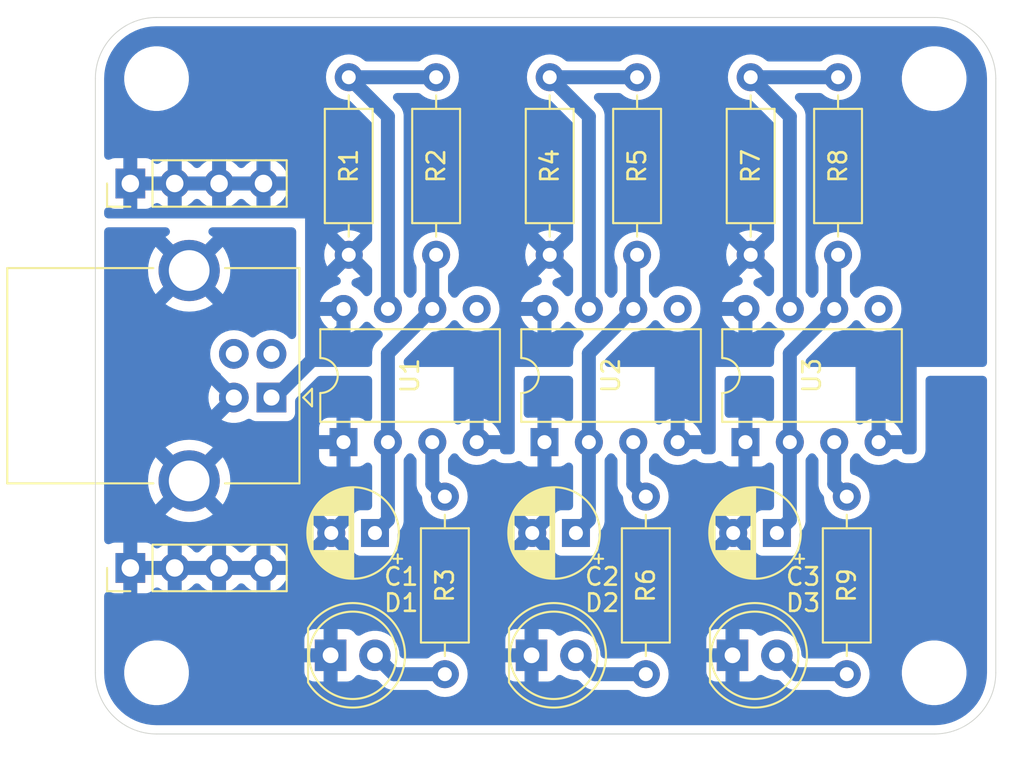
<source format=kicad_pcb>
(kicad_pcb (version 20240108) (generator "pcbnew") (generator_version "8.0")
  (title_block (title "Tripple 555") (date "2024-11-24") (rev "A") (company "Perry Leumas") (comment 1 "Source: https://www.youtube.com/watch?v=Gr6gBjDxP5M&t=176s"))
  (layers (0 "F.Cu" signal) (31 "B.Cu" signal) (34 "B.Paste" user) (35 "F.Paste" user) (36 "B.SilkS" user "B.Silkscreen") (37 "F.SilkS" user "F.Silkscreen") (38 "B.Mask" user) (39 "F.Mask" user) (44 "Edge.Cuts" user))
  (net 0 "")
  (net 1 "GND")
  (net 2 "Net-(U1-THR)")
  (net 3 "Net-(U2-THR)")
  (net 4 "Net-(U3-THR)")
  (net 5 "Net-(D1-A)")
  (net 6 "Net-(D2-A)")
  (net 7 "Net-(D3-A)")
  (net 8 "VCC")
  (net 9 "Net-(U1-DIS)")
  (net 10 "Net-(U1-Q)")
  (net 11 "Net-(U2-DIS)")
  (net 12 "Net-(U2-Q)")
  (net 13 "Net-(U3-DIS)")
  (net 14 "Net-(U3-Q)")
  (footprint "Resistor_THT:R_Axial_DIN0207_L6.3mm_D2.5mm_P10.16mm_Horizontal" (layer "F.Cu") (at 134.5 93.08 90)
    (property "Reference" "R1" (at 5.08 0 90) (layer "F.SilkS"))
    (property "Value" "100k")
    (pad "1" thru_hole circle (at 0 0 90) (size 1.6 1.6) (drill 0.8) (layers "*.Cu" "*.Mask") (net 8 "VCC"))
    (pad "2" thru_hole oval (at 10.16 0 90) (size 1.6 1.6) (drill 0.8) (layers "*.Cu" "*.Mask") (net 9 "Net-(U1-DIS)"))
  )
  (footprint "Package_DIP:DIP-8_W7.62mm" (layer "F.Cu") (at 157.2 103.8 90)
    (property "Reference" "U3" (at 3.81 3.8 90) (layer "F.SilkS"))
    (property "Value" "NA555P")
    (pad "1" thru_hole rect (at 0 0 90) (size 1.6 1.6) (drill 0.8) (layers "*.Cu" "*.Mask") (net 1 "GND"))
    (pad "2" thru_hole oval (at 0 2.54 90) (size 1.6 1.6) (drill 0.8) (layers "*.Cu" "*.Mask") (net 4 "Net-(U3-THR)"))
    (pad "3" thru_hole oval (at 0 5.08 90) (size 1.6 1.6) (drill 0.8) (layers "*.Cu" "*.Mask") (net 14 "Net-(U3-Q)"))
    (pad "4" thru_hole oval (at 0 7.62 90) (size 1.6 1.6) (drill 0.8) (layers "*.Cu" "*.Mask") (net 8 "VCC"))
    (pad "5" thru_hole oval (at 7.62 7.62 90) (size 1.6 1.6) (drill 0.8) (layers "*.Cu" "*.Mask"))
    (pad "6" thru_hole oval (at 7.62 5.08 90) (size 1.6 1.6) (drill 0.8) (layers "*.Cu" "*.Mask") (net 4 "Net-(U3-THR)"))
    (pad "7" thru_hole oval (at 7.62 2.54 90) (size 1.6 1.6) (drill 0.8) (layers "*.Cu" "*.Mask") (net 13 "Net-(U3-DIS)"))
    (pad "8" thru_hole oval (at 7.62 0 90) (size 1.6 1.6) (drill 0.8) (layers "*.Cu" "*.Mask") (net 8 "VCC"))
  )
  (footprint "Resistor_THT:R_Axial_DIN0207_L6.3mm_D2.5mm_P10.16mm_Horizontal" (layer "F.Cu") (at 151 82.92 -90)
    (property "Reference" "R5" (at 5.08 0 90) (layer "F.SilkS"))
    (property "Value" "470k")
    (pad "1" thru_hole circle (at 0 0 270) (size 1.6 1.6) (drill 0.8) (layers "*.Cu" "*.Mask") (net 11 "Net-(U2-DIS)"))
    (pad "2" thru_hole oval (at 10.16 0 270) (size 1.6 1.6) (drill 0.8) (layers "*.Cu" "*.Mask") (net 3 "Net-(U2-THR)"))
  )
  (footprint "Connector_PinHeader_2.54mm:PinHeader_1x04_P2.54mm_Vertical" (layer "F.Cu") (at 122 111 90)
    (property "Reference" "J2" (hide yes))
    (property "Value" "Conn_01x04")
    (pad "1" thru_hole rect (at 0 0 90) (size 1.7 1.7) (drill 1) (layers "*.Cu" "*.Mask") (net 1 "GND"))
    (pad "2" thru_hole oval (at 0 2.54 90) (size 1.7 1.7) (drill 1) (layers "*.Cu" "*.Mask") (net 1 "GND"))
    (pad "3" thru_hole oval (at 0 5.08 90) (size 1.7 1.7) (drill 1) (layers "*.Cu" "*.Mask") (net 1 "GND"))
    (pad "4" thru_hole oval (at 0 7.62 90) (size 1.7 1.7) (drill 1) (layers "*.Cu" "*.Mask") (net 1 "GND"))
  )
  (footprint "Resistor_THT:R_Axial_DIN0207_L6.3mm_D2.5mm_P10.16mm_Horizontal" (layer "F.Cu") (at 151.5 106.92 -90)
    (property "Reference" "R6" (at 5.08 0 90) (layer "F.SilkS"))
    (property "Value" "680")
    (pad "1" thru_hole circle (at 0 0 270) (size 1.6 1.6) (drill 0.8) (layers "*.Cu" "*.Mask") (net 12 "Net-(U2-Q)"))
    (pad "2" thru_hole oval (at 10.16 0 270) (size 1.6 1.6) (drill 0.8) (layers "*.Cu" "*.Mask") (net 6 "Net-(D2-A)"))
  )
  (footprint "Resistor_THT:R_Axial_DIN0207_L6.3mm_D2.5mm_P10.16mm_Horizontal" (layer "F.Cu") (at 157.5 93.08 90)
    (property "Reference" "R7" (at 5.08 0 90) (layer "F.SilkS"))
    (property "Value" "100k")
    (pad "1" thru_hole circle (at 0 0 90) (size 1.6 1.6) (drill 0.8) (layers "*.Cu" "*.Mask") (net 8 "VCC"))
    (pad "2" thru_hole oval (at 10.16 0 90) (size 1.6 1.6) (drill 0.8) (layers "*.Cu" "*.Mask") (net 13 "Net-(U3-DIS)"))
  )
  (footprint "MountingHole:MountingHole_3.2mm_M3" (layer "F.Cu") (at 123.5 83)
    (property "Reference" "H1" (hide yes))
    (property "Value" "MountingHole")
    (pad "" np_thru_hole circle (at 0 0) (size 3.2 3.2) (drill 3.2) (layers "*.Cu" "*.Mask"))
  )
  (footprint "LED_THT:LED_D5.0mm" (layer "F.Cu") (at 156.46 116)
    (property "Reference" "D3" (at 4.04 -3 0) (layer "F.SilkS"))
    (property "Value" "LED")
    (pad "1" thru_hole rect (at 0 0) (size 1.8 1.8) (drill 0.9) (layers "*.Cu" "*.Mask") (net 1 "GND"))
    (pad "2" thru_hole circle (at 2.54 0) (size 1.8 1.8) (drill 0.9) (layers "*.Cu" "*.Mask") (net 7 "Net-(D3-A)"))
  )
  (footprint "LED_THT:LED_D5.0mm" (layer "F.Cu") (at 133.46 116)
    (property "Reference" "D1" (at 4.04 -3 0) (layer "F.SilkS"))
    (property "Value" "LED")
    (pad "1" thru_hole rect (at 0 0) (size 1.8 1.8) (drill 0.9) (layers "*.Cu" "*.Mask") (net 1 "GND"))
    (pad "2" thru_hole circle (at 2.54 0) (size 1.8 1.8) (drill 0.9) (layers "*.Cu" "*.Mask") (net 5 "Net-(D1-A)"))
  )
  (footprint "Package_DIP:DIP-8_W7.62mm" (layer "F.Cu") (at 134.2 103.8 90)
    (property "Reference" "U1" (at 3.8 3.8 90) (layer "F.SilkS"))
    (property "Value" "NA555P")
    (pad "1" thru_hole rect (at 0 0 90) (size 1.6 1.6) (drill 0.8) (layers "*.Cu" "*.Mask") (net 1 "GND"))
    (pad "2" thru_hole oval (at 0 2.54 90) (size 1.6 1.6) (drill 0.8) (layers "*.Cu" "*.Mask") (net 2 "Net-(U1-THR)"))
    (pad "3" thru_hole oval (at 0 5.08 90) (size 1.6 1.6) (drill 0.8) (layers "*.Cu" "*.Mask") (net 10 "Net-(U1-Q)"))
    (pad "4" thru_hole oval (at 0 7.62 90) (size 1.6 1.6) (drill 0.8) (layers "*.Cu" "*.Mask") (net 8 "VCC"))
    (pad "5" thru_hole oval (at 7.62 7.62 90) (size 1.6 1.6) (drill 0.8) (layers "*.Cu" "*.Mask"))
    (pad "6" thru_hole oval (at 7.62 5.08 90) (size 1.6 1.6) (drill 0.8) (layers "*.Cu" "*.Mask") (net 2 "Net-(U1-THR)"))
    (pad "7" thru_hole oval (at 7.62 2.54 90) (size 1.6 1.6) (drill 0.8) (layers "*.Cu" "*.Mask") (net 9 "Net-(U1-DIS)"))
    (pad "8" thru_hole oval (at 7.62 0 90) (size 1.6 1.6) (drill 0.8) (layers "*.Cu" "*.Mask") (net 8 "VCC"))
  )
  (footprint "MountingHole:MountingHole_3.2mm_M3" (layer "F.Cu") (at 168 117)
    (property "Reference" "H3" (hide yes))
    (property "Value" "MountingHole")
    (pad "" np_thru_hole circle (at 0 0) (size 3.2 3.2) (drill 3.2) (layers "*.Cu" "*.Mask"))
  )
  (footprint "Resistor_THT:R_Axial_DIN0207_L6.3mm_D2.5mm_P10.16mm_Horizontal" (layer "F.Cu") (at 146 93.08 90)
    (property "Reference" "R4" (at 5.08 0 90) (layer "F.SilkS"))
    (property "Value" "100k")
    (pad "1" thru_hole circle (at 0 0 90) (size 1.6 1.6) (drill 0.8) (layers "*.Cu" "*.Mask") (net 8 "VCC"))
    (pad "2" thru_hole oval (at 10.16 0 90) (size 1.6 1.6) (drill 0.8) (layers "*.Cu" "*.Mask") (net 11 "Net-(U2-DIS)"))
  )
  (footprint "LED_THT:LED_D5.0mm" (layer "F.Cu") (at 144.96 116)
    (property "Reference" "D2" (at 4.04 -3 0) (layer "F.SilkS"))
    (property "Value" "LED")
    (pad "1" thru_hole rect (at 0 0) (size 1.8 1.8) (drill 0.9) (layers "*.Cu" "*.Mask") (net 1 "GND"))
    (pad "2" thru_hole circle (at 2.54 0) (size 1.8 1.8) (drill 0.9) (layers "*.Cu" "*.Mask") (net 6 "Net-(D2-A)"))
  )
  (footprint "Package_DIP:DIP-8_W7.62mm" (layer "F.Cu") (at 145.7 103.8 90)
    (property "Reference" "U2" (at 3.81 3.8 90) (layer "F.SilkS"))
    (property "Value" "NA555P")
    (pad "1" thru_hole rect (at 0 0 90) (size 1.6 1.6) (drill 0.8) (layers "*.Cu" "*.Mask") (net 1 "GND"))
    (pad "2" thru_hole oval (at 0 2.54 90) (size 1.6 1.6) (drill 0.8) (layers "*.Cu" "*.Mask") (net 3 "Net-(U2-THR)"))
    (pad "3" thru_hole oval (at 0 5.08 90) (size 1.6 1.6) (drill 0.8) (layers "*.Cu" "*.Mask") (net 12 "Net-(U2-Q)"))
    (pad "4" thru_hole oval (at 0 7.62 90) (size 1.6 1.6) (drill 0.8) (layers "*.Cu" "*.Mask") (net 8 "VCC"))
    (pad "5" thru_hole oval (at 7.62 7.62 90) (size 1.6 1.6) (drill 0.8) (layers "*.Cu" "*.Mask"))
    (pad "6" thru_hole oval (at 7.62 5.08 90) (size 1.6 1.6) (drill 0.8) (layers "*.Cu" "*.Mask") (net 3 "Net-(U2-THR)"))
    (pad "7" thru_hole oval (at 7.62 2.54 90) (size 1.6 1.6) (drill 0.8) (layers "*.Cu" "*.Mask") (net 11 "Net-(U2-DIS)"))
    (pad "8" thru_hole oval (at 7.62 0 90) (size 1.6 1.6) (drill 0.8) (layers "*.Cu" "*.Mask") (net 8 "VCC"))
  )
  (footprint "Capacitor_THT:CP_Radial_D5.0mm_P2.50mm" (layer "F.Cu") (at 159 109 180)
    (property "Reference" "C3" (at -1.5 -2.5 0) (layer "F.SilkS"))
    (property "Value" "10u")
    (pad "1" thru_hole rect (at 0 0 180) (size 1.6 1.6) (drill 0.8) (layers "*.Cu" "*.Mask") (net 4 "Net-(U3-THR)"))
    (pad "2" thru_hole circle (at 2.5 0 180) (size 1.6 1.6) (drill 0.8) (layers "*.Cu" "*.Mask") (net 1 "GND"))
  )
  (footprint "Capacitor_THT:CP_Radial_D5.0mm_P2.50mm" (layer "F.Cu") (at 136 109 180)
    (property "Reference" "C1" (at -1.5 -2.5 0) (layer "F.SilkS"))
    (property "Value" "10u")
    (pad "1" thru_hole rect (at 0 0 180) (size 1.6 1.6) (drill 0.8) (layers "*.Cu" "*.Mask") (net 2 "Net-(U1-THR)"))
    (pad "2" thru_hole circle (at 2.5 0 180) (size 1.6 1.6) (drill 0.8) (layers "*.Cu" "*.Mask") (net 1 "GND"))
  )
  (footprint "Connector_PinHeader_2.54mm:PinHeader_1x04_P2.54mm_Vertical" (layer "F.Cu") (at 122 89 90)
    (property "Reference" "J1" (hide yes))
    (property "Value" "Conn_01x04")
    (pad "1" thru_hole rect (at 0 0 90) (size 1.7 1.7) (drill 1) (layers "*.Cu" "*.Mask") (net 8 "VCC"))
    (pad "2" thru_hole oval (at 0 2.54 90) (size 1.7 1.7) (drill 1) (layers "*.Cu" "*.Mask") (net 8 "VCC"))
    (pad "3" thru_hole oval (at 0 5.08 90) (size 1.7 1.7) (drill 1) (layers "*.Cu" "*.Mask") (net 8 "VCC"))
    (pad "4" thru_hole oval (at 0 7.62 90) (size 1.7 1.7) (drill 1) (layers "*.Cu" "*.Mask") (net 8 "VCC"))
  )
  (footprint "Resistor_THT:R_Axial_DIN0207_L6.3mm_D2.5mm_P10.16mm_Horizontal" (layer "F.Cu") (at 163 106.92 -90)
    (property "Reference" "R9" (at 5.08 0 90) (layer "F.SilkS"))
    (property "Value" "680")
    (pad "1" thru_hole circle (at 0 0 270) (size 1.6 1.6) (drill 0.8) (layers "*.Cu" "*.Mask") (net 14 "Net-(U3-Q)"))
    (pad "2" thru_hole oval (at 10.16 0 270) (size 1.6 1.6) (drill 0.8) (layers "*.Cu" "*.Mask") (net 7 "Net-(D3-A)"))
  )
  (footprint "Resistor_THT:R_Axial_DIN0207_L6.3mm_D2.5mm_P10.16mm_Horizontal" (layer "F.Cu") (at 140 106.92 -90)
    (property "Reference" "R3" (at 5.08 0 90) (layer "F.SilkS"))
    (property "Value" "680")
    (pad "1" thru_hole circle (at 0 0 270) (size 1.6 1.6) (drill 0.8) (layers "*.Cu" "*.Mask") (net 10 "Net-(U1-Q)"))
    (pad "2" thru_hole oval (at 10.16 0 270) (size 1.6 1.6) (drill 0.8) (layers "*.Cu" "*.Mask") (net 5 "Net-(D1-A)"))
  )
  (footprint "MountingHole:MountingHole_3.2mm_M3" (layer "F.Cu") (at 168 83)
    (property "Reference" "H4" (hide yes))
    (property "Value" "MountingHole")
    (pad "" np_thru_hole circle (at 0 0) (size 3.2 3.2) (drill 3.2) (layers "*.Cu" "*.Mask"))
  )
  (footprint "MountingHole:MountingHole_3.2mm_M3" (layer "F.Cu") (at 123.5 117)
    (property "Reference" "H2" (hide yes))
    (property "Value" "MountingHole")
    (pad "" np_thru_hole circle (at 0 0) (size 3.2 3.2) (drill 3.2) (layers "*.Cu" "*.Mask"))
  )
  (footprint "Resistor_THT:R_Axial_DIN0207_L6.3mm_D2.5mm_P10.16mm_Horizontal" (layer "F.Cu") (at 162.5 82.92 -90)
    (property "Reference" "R8" (at 5.08 0 90) (layer "F.SilkS"))
    (property "Value" "470k")
    (pad "1" thru_hole circle (at 0 0 270) (size 1.6 1.6) (drill 0.8) (layers "*.Cu" "*.Mask") (net 13 "Net-(U3-DIS)"))
    (pad "2" thru_hole oval (at 10.16 0 270) (size 1.6 1.6) (drill 0.8) (layers "*.Cu" "*.Mask") (net 4 "Net-(U3-THR)"))
  )
  (footprint "pl_usb:USB_B_mill_spacing" (layer "F.Cu") (at 130.0775 101.25 180)
    (property "Reference" "J3" (hide yes))
    (property "Value" "USB_B")
    (pad "1" thru_hole rect (at 0 0 180) (size 1.7 1.7) (drill 0.92) (layers "*.Cu" "*.Mask") (net 8 "VCC"))
    (pad "2" thru_hole circle (at 0 2.5 180) (size 1.7 1.7) (drill 0.92) (layers "*.Cu" "*.Mask"))
    (pad "3" thru_hole circle (at 2.154 2.5 180) (size 1.7 1.7) (drill 0.92) (layers "*.Cu" "*.Mask"))
    (pad "4" thru_hole circle (at 2.154 0 180) (size 1.7 1.7) (drill 0.92) (layers "*.Cu" "*.Mask") (net 1 "GND"))
    (pad "5" thru_hole circle (at 4.71 -4.77 180) (size 3.5 3.5) (drill 2.33) (layers "*.Cu" "*.Mask") (net 1 "GND"))
    (pad "5" thru_hole circle (at 4.71 7.27 180) (size 3.5 3.5) (drill 2.33) (layers "*.Cu" "*.Mask") (net 1 "GND"))
  )
  (footprint "Resistor_THT:R_Axial_DIN0207_L6.3mm_D2.5mm_P10.16mm_Horizontal" (layer "F.Cu") (at 139.5 82.92 -90)
    (property "Reference" "R2" (at 5.08 0 90) (layer "F.SilkS"))
    (property "Value" "470k")
    (pad "1" thru_hole circle (at 0 0 270) (size 1.6 1.6) (drill 0.8) (layers "*.Cu" "*.Mask") (net 9 "Net-(U1-DIS)"))
    (pad "2" thru_hole oval (at 10.16 0 270) (size 1.6 1.6) (drill 0.8) (layers "*.Cu" "*.Mask") (net 2 "Net-(U1-THR)"))
  )
  (footprint "Capacitor_THT:CP_Radial_D5.0mm_P2.50mm" (layer "F.Cu") (at 147.5 109 180)
    (property "Reference" "C2" (at -1.5 -2.5 0) (layer "F.SilkS"))
    (property "Value" "10u")
    (pad "1" thru_hole rect (at 0 0 180) (size 1.6 1.6) (drill 0.8) (layers "*.Cu" "*.Mask") (net 3 "Net-(U2-THR)"))
    (pad "2" thru_hole circle (at 2.5 0 180) (size 1.6 1.6) (drill 0.8) (layers "*.Cu" "*.Mask") (net 1 "GND"))
  )
  (gr_arc (start 123.5 120.5) (mid 121.025126 119.474874) (end 120 117) (stroke (width 0.05)) (layer "Edge.Cuts"))
  (gr_line (start 123.5 120.5) (end 168.025126 120.5) (stroke (width 0.05)) (layer "Edge.Cuts"))
  (gr_line (start 171.525126 117) (end 171.525126 83) (stroke (width 0.05)) (layer "Edge.Cuts"))
  (gr_arc (start 171.525126 117) (mid 170.5 119.474874) (end 168.025126 120.5) (stroke (width 0.05)) (layer "Edge.Cuts"))
  (gr_arc (start 168.025126 79.5) (mid 170.5 80.525126) (end 171.525126 83) (stroke (width 0.05)) (layer "Edge.Cuts"))
  (gr_line (start 168.025126 79.5) (end 123.5 79.5) (stroke (width 0.05)) (layer "Edge.Cuts"))
  (gr_arc (start 120 83) (mid 121.025126 80.525126) (end 123.5 79.5) (stroke (width 0.05)) (layer "Edge.Cuts"))
  (gr_line (start 120 83) (end 120 117) (stroke (width 0.05)) (layer "Edge.Cuts"))
  (segment (start 136.74 98.72) (end 139.28 96.18) (width 0.8) (layer "B.Cu") (net 2))
  (segment (start 136.74 103.8) (end 136.74 98.72) (width 0.8) (layer "B.Cu") (net 2))
  (segment (start 139.28 96.18) (end 139.28 93.3) (width 0.8) (layer "B.Cu") (net 2))
  (segment (start 139.28 93.3) (end 139.5 93.08) (width 0.8) (layer "B.Cu") (net 2))
  (segment (start 136.74 108.26) (end 136 109) (width 0.8) (layer "B.Cu") (net 2))
  (segment (start 136.74 103.8) (end 136.74 108.26) (width 0.8) (layer "B.Cu") (net 2))
  (segment (start 150.78 96.18) (end 150.78 93.3) (width 0.8) (layer "B.Cu") (net 3))
  (segment (start 148.24 103.8) (end 148.24 108.26) (width 0.8) (layer "B.Cu") (net 3))
  (segment (start 148.24 103.8) (end 148.24 98.72) (width 0.8) (layer "B.Cu") (net 3))
  (segment (start 148.24 108.26) (end 147.5 109) (width 0.8) (layer "B.Cu") (net 3))
  (segment (start 150.78 93.3) (end 151 93.08) (width 0.8) (layer "B.Cu") (net 3))
  (segment (start 148.24 98.72) (end 150.78 96.18) (width 0.8) (layer "B.Cu") (net 3))
  (segment (start 159.74 98.72) (end 162.28 96.18) (width 0.8) (layer "B.Cu") (net 4))
  (segment (start 162.28 93.3) (end 162.5 93.08) (width 0.8) (layer "B.Cu") (net 4))
  (segment (start 162.28 96.18) (end 162.28 93.3) (width 0.8) (layer "B.Cu") (net 4))
  (segment (start 159.74 108.26) (end 159 109) (width 0.8) (layer "B.Cu") (net 4))
  (segment (start 159.74 103.8) (end 159.74 98.72) (width 0.8) (layer "B.Cu") (net 4))
  (segment (start 159.74 103.8) (end 159.74 108.26) (width 0.8) (layer "B.Cu") (net 4))
  (segment (start 137.08 117.08) (end 136 116) (width 0.8) (layer "B.Cu") (net 5))
  (segment (start 140 117.08) (end 137.08 117.08) (width 0.8) (layer "B.Cu") (net 5))
  (segment (start 148.58 117.08) (end 147.5 116) (width 0.8) (layer "B.Cu") (net 6))
  (segment (start 151.5 117.08) (end 148.58 117.08) (width 0.8) (layer "B.Cu") (net 6))
  (segment (start 160.08 117.08) (end 159 116) (width 0.8) (layer "B.Cu") (net 7))
  (segment (start 163 117.08) (end 160.08 117.08) (width 0.8) (layer "B.Cu") (net 7))
  (segment (start 130.0775 101.25) (end 130.25 101.25) (width 0.8) (layer "B.Cu") (net 8))
  (segment (start 134.2 97.3) (end 134.2 96.18) (width 0.8) (layer "B.Cu") (net 8))
  (segment (start 130.25 101.25) (end 134.2 97.3) (width 0.8) (layer "B.Cu") (net 8))
  (segment (start 136.74 85.16) (end 136.74 96.18) (width 0.8) (layer "B.Cu") (net 9))
  (segment (start 134.5 82.92) (end 139.5 82.92) (width 0.8) (layer "B.Cu") (net 9))
  (segment (start 134.5 82.92) (end 136.74 85.16) (width 0.8) (layer "B.Cu") (net 9))
  (segment (start 139.28 103.8) (end 139.28 106.2) (width 0.8) (layer "B.Cu") (net 10))
  (segment (start 139.28 106.2) (end 140 106.92) (width 0.8) (layer "B.Cu") (net 10))
  (segment (start 146 82.92) (end 148.24 85.16) (width 0.8) (layer "B.Cu") (net 11))
  (segment (start 146 82.92) (end 151 82.92) (width 0.8) (layer "B.Cu") (net 11))
  (segment (start 148.24 85.16) (end 148.24 96.18) (width 0.8) (layer "B.Cu") (net 11))
  (segment (start 150.78 106.2) (end 151.5 106.92) (width 0.8) (layer "B.Cu") (net 12))
  (segment (start 150.78 103.8) (end 150.78 106.2) (width 0.8) (layer "B.Cu") (net 12))
  (segment (start 157.5 82.92) (end 159.74 85.16) (width 0.8) (layer "B.Cu") (net 13))
  (segment (start 159.74 85.16) (end 159.74 96.18) (width 0.8) (layer "B.Cu") (net 13))
  (segment (start 157.5 82.92) (end 162.5 82.92) (width 0.8) (layer "B.Cu") (net 13))
  (segment (start 162.28 106.2) (end 163 106.92) (width 0.8) (layer "B.Cu") (net 14))
  (segment (start 162.28 103.8) (end 162.28 106.2) (width 0.8) (layer "B.Cu") (net 14))
  (zone (net 1) (net_name "GND") (layer "B.Cu") (connect_pads (clearance 0.5)) (min_thickness 0.5) (fill yes (thermal_gap 0.6) (thermal_bridge_width 0.8))
    (polygon (pts (xy 119 78.5) (xy 172.5 78.5) (xy 172.5 121.5) (xy 119 121.5)))
  )
  (zone (net 8) (net_name "VCC") (layer "B.Cu") (priority 1) (connect_pads (clearance 0.5)) (min_thickness 0.5) (fill yes (thermal_gap 0.6) (thermal_bridge_width 0.8))
    (polygon (pts (xy 119 78.5) (xy 119 91) (xy 132 91) (xy 132 99.5) (xy 140.5 99.5) (xy 140.5 104.5) (xy 144 104.5) (xy 144 99.5) (xy 152 99.5) (xy 152 104.5) (xy 155.5 104.5) (xy 155.5 99.5) (xy 163.5 99.5) (xy 163.5 104.5) (xy 167 104.5) (xy 167 99.5) (xy 172.5 99.5) (xy 172.5 78.5)))
  )
)
</source>
